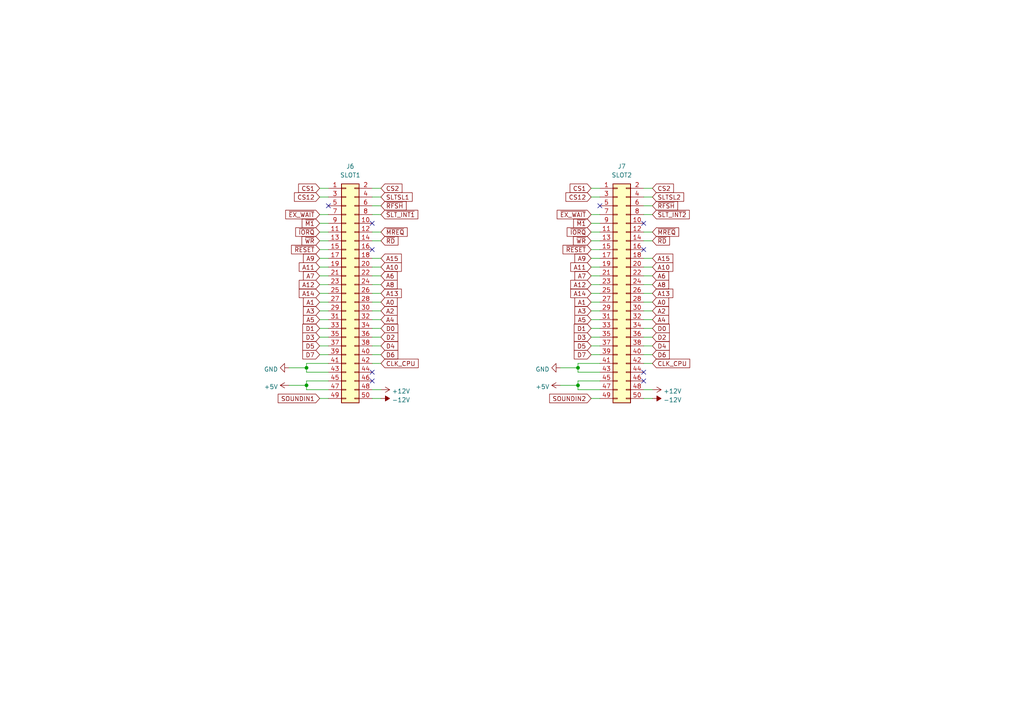
<source format=kicad_sch>
(kicad_sch (version 20211123) (generator eeschema)
  (paper "A4")
  (title_block (title "MSX One") (date "2024-12-28") (rev "v1.0") (company "Gabbard") (comment 1 "MSX One"))
  (lib_symbols
    (symbol "Connector_Generic:Conn_02x25_Odd_Even" (pin_names (offset 1.016) hide)
      (property "Reference" "J" (at 1.27 33.02 0))
      (property "Value" "Conn_02x25_Odd_Even" (at 1.27 -33.02 0))
      (symbol "Conn_02x25_Odd_Even_1_1"
        (rectangle (start -1.27 -30.353) (end 0 -30.607) (stroke (width 0.1524)))
        (rectangle (start -1.27 -27.813) (end 0 -28.067) (stroke (width 0.1524)))
        (rectangle (start -1.27 -25.273) (end 0 -25.527) (stroke (width 0.1524)))
        (rectangle (start -1.27 -22.733) (end 0 -22.987) (stroke (width 0.1524)))
        (rectangle (start -1.27 -20.193) (end 0 -20.447) (stroke (width 0.1524)))
        (rectangle (start -1.27 -17.653) (end 0 -17.907) (stroke (width 0.1524)))
        (rectangle (start -1.27 -15.113) (end 0 -15.367) (stroke (width 0.1524)))
        (rectangle (start -1.27 -12.573) (end 0 -12.827) (stroke (width 0.1524)))
        (rectangle (start -1.27 -10.033) (end 0 -10.287) (stroke (width 0.1524)))
        (rectangle (start -1.27 -7.493) (end 0 -7.747) (stroke (width 0.1524)))
        (rectangle (start -1.27 -4.953) (end 0 -5.207) (stroke (width 0.1524)))
        (rectangle (start -1.27 -2.413) (end 0 -2.667) (stroke (width 0.1524)))
        (rectangle (start -1.27 0.127) (end 0 -0.127) (stroke (width 0.1524)))
        (rectangle (start -1.27 2.667) (end 0 2.413) (stroke (width 0.1524)))
        (rectangle (start -1.27 5.207) (end 0 4.953) (stroke (width 0.1524)))
        (rectangle (start -1.27 7.747) (end 0 7.493) (stroke (width 0.1524)))
        (rectangle (start -1.27 10.287) (end 0 10.033) (stroke (width 0.1524)))
        (rectangle (start -1.27 12.827) (end 0 12.573) (stroke (width 0.1524)))
        (rectangle (start -1.27 15.367) (end 0 15.113) (stroke (width 0.1524)))
        (rectangle (start -1.27 17.907) (end 0 17.653) (stroke (width 0.1524)))
        (rectangle (start -1.27 20.447) (end 0 20.193) (stroke (width 0.1524)))
        (rectangle (start -1.27 22.987) (end 0 22.733) (stroke (width 0.1524)))
        (rectangle (start -1.27 25.527) (end 0 25.273) (stroke (width 0.1524)))
        (rectangle (start -1.27 28.067) (end 0 27.813) (stroke (width 0.1524)))
        (rectangle (start -1.27 30.607) (end 0 30.353) (stroke (width 0.1524)))
        (rectangle (start -1.27 31.75) (end 3.81 -31.75) (stroke (width 0.254)) (fill (type background)))
        (rectangle (start 3.81 -30.353) (end 2.54 -30.607) (stroke (width 0.1524)))
        (rectangle (start 3.81 -27.813) (end 2.54 -28.067) (stroke (width 0.1524)))
        (rectangle (start 3.81 -25.273) (end 2.54 -25.527) (stroke (width 0.1524)))
        (rectangle (start 3.81 -22.733) (end 2.54 -22.987) (stroke (width 0.1524)))
        (rectangle (start 3.81 -20.193) (end 2.54 -20.447) (stroke (width 0.1524)))
        (rectangle (start 3.81 -17.653) (end 2.54 -17.907) (stroke (width 0.1524)))
        (rectangle (start 3.81 -15.113) (end 2.54 -15.367) (stroke (width 0.1524)))
        (rectangle (start 3.81 -12.573) (end 2.54 -12.827) (stroke (width 0.1524)))
        (rectangle (start 3.81 -10.033) (end 2.54 -10.287) (stroke (width 0.1524)))
        (rectangle (start 3.81 -7.493) (end 2.54 -7.747) (stroke (width 0.1524)))
        (rectangle (start 3.81 -4.953) (end 2.54 -5.207) (stroke (width 0.1524)))
        (rectangle (start 3.81 -2.413) (end 2.54 -2.667) (stroke (width 0.1524)))
        (rectangle (start 3.81 0.127) (end 2.54 -0.127) (stroke (width 0.1524)))
        (rectangle (start 3.81 2.667) (end 2.54 2.413) (stroke (width 0.1524)))
        (rectangle (start 3.81 5.207) (end 2.54 4.953) (stroke (width 0.1524)))
        (rectangle (start 3.81 7.747) (end 2.54 7.493) (stroke (width 0.1524)))
        (rectangle (start 3.81 10.287) (end 2.54 10.033) (stroke (width 0.1524)))
        (rectangle (start 3.81 12.827) (end 2.54 12.573) (stroke (width 0.1524)))
        (rectangle (start 3.81 15.367) (end 2.54 15.113) (stroke (width 0.1524)))
        (rectangle (start 3.81 17.907) (end 2.54 17.653) (stroke (width 0.1524)))
        (rectangle (start 3.81 20.447) (end 2.54 20.193) (stroke (width 0.1524)))
        (rectangle (start 3.81 22.987) (end 2.54 22.733) (stroke (width 0.1524)))
        (rectangle (start 3.81 25.527) (end 2.54 25.273) (stroke (width 0.1524)))
        (rectangle (start 3.81 28.067) (end 2.54 27.813) (stroke (width 0.1524)))
        (rectangle (start 3.81 30.607) (end 2.54 30.353) (stroke (width 0.1524)))
        (pin passive line (at -5.08 30.48 0) (length 3.81) (name "Pin_1") (number "1"))
        (pin passive line (at 7.62 20.32 180) (length 3.81) (name "Pin_10") (number "10"))
        (pin passive line (at -5.08 17.78 0) (length 3.81) (name "Pin_11") (number "11"))
        (pin passive line (at 7.62 17.78 180) (length 3.81) (name "Pin_12") (number "12"))
        (pin passive line (at -5.08 15.24 0) (length 3.81) (name "Pin_13") (number "13"))
        (pin passive line (at 7.62 15.24 180) (length 3.81) (name "Pin_14") (number "14"))
        (pin passive line (at -5.08 12.7 0) (length 3.81) (name "Pin_15") (number "15"))
        (pin passive line (at 7.62 12.7 180) (length 3.81) (name "Pin_16") (number "16"))
        (pin passive line (at -5.08 10.16 0) (length 3.81) (name "Pin_17") (number "17"))
        (pin passive line (at 7.62 10.16 180) (length 3.81) (name "Pin_18") (number "18"))
        (pin passive line (at -5.08 7.62 0) (length 3.81) (name "Pin_19") (number "19"))
        (pin passive line (at 7.62 30.48 180) (length 3.81) (name "Pin_2") (number "2"))
        (pin passive line (at 7.62 7.62 180) (length 3.81) (name "Pin_20") (number "20"))
        (pin passive line (at -5.08 5.08 0) (length 3.81) (name "Pin_21") (number "21"))
        (pin passive line (at 7.62 5.08 180) (length 3.81) (name "Pin_22") (number "22"))
        (pin passive line (at -5.08 2.54 0) (length 3.81) (name "Pin_23") (number "23"))
        (pin passive line (at 7.62 2.54 180) (length 3.81) (name "Pin_24") (number "24"))
        (pin passive line (at -5.08 0 0) (length 3.81) (name "Pin_25") (number "25"))
        (pin passive line (at 7.62 0 180) (length 3.81) (name "Pin_26") (number "26"))
        (pin passive line (at -5.08 -2.54 0) (length 3.81) (name "Pin_27") (number "27"))
        (pin passive line (at 7.62 -2.54 180) (length 3.81) (name "Pin_28") (number "28"))
        (pin passive line (at -5.08 -5.08 0) (length 3.81) (name "Pin_29") (number "29"))
        (pin passive line (at -5.08 27.94 0) (length 3.81) (name "Pin_3") (number "3"))
        (pin passive line (at 7.62 -5.08 180) (length 3.81) (name "Pin_30") (number "30"))
        (pin passive line (at -5.08 -7.62 0) (length 3.81) (name "Pin_31") (number "31"))
        (pin passive line (at 7.62 -7.62 180) (length 3.81) (name "Pin_32") (number "32"))
        (pin passive line (at -5.08 -10.16 0) (length 3.81) (name "Pin_33") (number "33"))
        (pin passive line (at 7.62 -10.16 180) (length 3.81) (name "Pin_34") (number "34"))
        (pin passive line (at -5.08 -12.7 0) (length 3.81) (name "Pin_35") (number "35"))
        (pin passive line (at 7.62 -12.7 180) (length 3.81) (name "Pin_36") (number "36"))
        (pin passive line (at -5.08 -15.24 0) (length 3.81) (name "Pin_37") (number "37"))
        (pin passive line (at 7.62 -15.24 180) (length 3.81) (name "Pin_38") (number "38"))
        (pin passive line (at -5.08 -17.78 0) (length 3.81) (name "Pin_39") (number "39"))
        (pin passive line (at 7.62 27.94 180) (length 3.81) (name "Pin_4") (number "4"))
        (pin passive line (at 7.62 -17.78 180) (length 3.81) (name "Pin_40") (number "40"))
        (pin passive line (at -5.08 -20.32 0) (length 3.81) (name "Pin_41") (number "41"))
        (pin passive line (at 7.62 -20.32 180) (length 3.81) (name "Pin_42") (number "42"))
        (pin passive line (at -5.08 -22.86 0) (length 3.81) (name "Pin_43") (number "43"))
        (pin passive line (at 7.62 -22.86 180) (length 3.81) (name "Pin_44") (number "44"))
        (pin passive line (at -5.08 -25.4 0) (length 3.81) (name "Pin_45") (number "45"))
        (pin passive line (at 7.62 -25.4 180) (length 3.81) (name "Pin_46") (number "46"))
        (pin passive line (at -5.08 -27.94 0) (length 3.81) (name "Pin_47") (number "47"))
        (pin passive line (at 7.62 -27.94 180) (length 3.81) (name "Pin_48") (number "48"))
        (pin passive line (at -5.08 -30.48 0) (length 3.81) (name "Pin_49") (number "49"))
        (pin passive line (at -5.08 25.4 0) (length 3.81) (name "Pin_5") (number "5"))
        (pin passive line (at 7.62 -30.48 180) (length 3.81) (name "Pin_50") (number "50"))
        (pin passive line (at 7.62 25.4 180) (length 3.81) (name "Pin_6") (number "6"))
        (pin passive line (at -5.08 22.86 0) (length 3.81) (name "Pin_7") (number "7"))
        (pin passive line (at 7.62 22.86 180) (length 3.81) (name "Pin_8") (number "8"))
        (pin passive line (at -5.08 20.32 0) (length 3.81) (name "Pin_9") (number "9"))
      )
    )
    (symbol "power:+12V" (power) (pin_names (offset 0))
      (property "Value" "+12V" (at 0 3.556 0))
      (symbol "+12V_0_1"
        (polyline (pts (xy -0.762 1.27) (xy 0 2.54)))
        (polyline (pts (xy 0 0) (xy 0 2.54)))
        (polyline (pts (xy 0 2.54) (xy 0.762 1.27)))
      )
      (symbol "+12V_1_1"
        (pin power_in line (at 0 0 90) (length 0) hide (name "+12V") (number "1"))
      )
    )
    (symbol "power:+5V" (power) (pin_names (offset 0))
      (property "Value" "+5V" (at 0 3.556 0))
      (symbol "+5V_0_1"
        (polyline (pts (xy -0.762 1.27) (xy 0 2.54)))
        (polyline (pts (xy 0 0) (xy 0 2.54)))
        (polyline (pts (xy 0 2.54) (xy 0.762 1.27)))
      )
      (symbol "+5V_1_1"
        (pin power_in line (at 0 0 90) (length 0) hide (name "+5V") (number "1"))
      )
    )
    (symbol "power:-12V" (power) (pin_names (offset 0))
      (property "Value" "-12V" (at 0 3.81 0))
      (symbol "-12V_0_0"
        (pin power_in line (at 0 0 90) (length 0) hide (name "-12V") (number "1"))
      )
      (symbol "-12V_0_1"
        (polyline (pts (xy 0 0) (xy 0 1.27) (xy 0.762 1.27) (xy 0 2.54) (xy -0.762 1.27) (xy 0 1.27)) (fill (type outline)))
      )
    )
    (symbol "power:GND" (power) (pin_names (offset 0))
      (property "Value" "GND" (at 0 -3.81 0))
      (symbol "GND_0_1"
        (polyline (pts (xy 0 0) (xy 0 -1.27) (xy 1.27 -1.27) (xy 0 -2.54) (xy -1.27 -1.27) (xy 0 -1.27)))
      )
      (symbol "GND_1_1"
        (pin power_in line (at 0 0 270) (length 0) hide (name "GND") (number "1"))
      )
    )
  )
  (junction (at 88.9 111.76))
  (junction (at 167.64 111.76))
  (junction (at 88.9 106.68))
  (junction (at 167.64 106.68))
  (no_connect (at 107.95 72.39))
  (no_connect (at 186.69 64.77))
  (no_connect (at 186.69 72.39))
  (no_connect (at 107.95 107.95))
  (no_connect (at 107.95 110.49))
  (no_connect (at 95.25 59.69))
  (no_connect (at 173.99 59.69))
  (no_connect (at 107.95 64.77))
  (no_connect (at 186.69 110.49))
  (no_connect (at 186.69 107.95))
  (wire (pts (xy 171.45 77.47) (xy 173.99 77.47)))
  (wire (pts (xy 171.45 67.31) (xy 173.99 67.31)))
  (wire (pts (xy 88.9 105.41) (xy 88.9 106.68)))
  (wire (pts (xy 107.95 87.63) (xy 110.49 87.63)))
  (wire (pts (xy 107.95 54.61) (xy 110.49 54.61)))
  (wire (pts (xy 88.9 113.03) (xy 95.25 113.03)))
  (wire (pts (xy 92.71 80.01) (xy 95.25 80.01)))
  (wire (pts (xy 92.71 95.25) (xy 95.25 95.25)))
  (wire (pts (xy 186.69 95.25) (xy 189.23 95.25)))
  (wire (pts (xy 107.95 105.41) (xy 110.49 105.41)))
  (wire (pts (xy 107.95 100.33) (xy 110.49 100.33)))
  (wire (pts (xy 88.9 107.95) (xy 95.25 107.95)))
  (wire (pts (xy 107.95 97.79) (xy 110.49 97.79)))
  (wire (pts (xy 107.95 69.85) (xy 110.49 69.85)))
  (wire (pts (xy 167.64 110.49) (xy 167.64 111.76)))
  (wire (pts (xy 95.25 110.49) (xy 88.9 110.49)))
  (wire (pts (xy 171.45 54.61) (xy 173.99 54.61)))
  (wire (pts (xy 92.71 90.17) (xy 95.25 90.17)))
  (wire (pts (xy 186.69 82.55) (xy 189.23 82.55)))
  (wire (pts (xy 107.95 67.31) (xy 110.49 67.31)))
  (wire (pts (xy 171.45 62.23) (xy 173.99 62.23)))
  (wire (pts (xy 171.45 80.01) (xy 173.99 80.01)))
  (wire (pts (xy 186.69 97.79) (xy 189.23 97.79)))
  (wire (pts (xy 186.69 69.85) (xy 189.23 69.85)))
  (wire (pts (xy 171.45 69.85) (xy 173.99 69.85)))
  (wire (pts (xy 167.64 106.68) (xy 167.64 107.95)))
  (wire (pts (xy 186.69 74.93) (xy 189.23 74.93)))
  (wire (pts (xy 107.95 92.71) (xy 110.49 92.71)))
  (wire (pts (xy 92.71 92.71) (xy 95.25 92.71)))
  (wire (pts (xy 186.69 105.41) (xy 189.23 105.41)))
  (wire (pts (xy 173.99 110.49) (xy 167.64 110.49)))
  (wire (pts (xy 186.69 77.47) (xy 189.23 77.47)))
  (wire (pts (xy 167.64 111.76) (xy 167.64 113.03)))
  (wire (pts (xy 167.64 107.95) (xy 173.99 107.95)))
  (wire (pts (xy 107.95 57.15) (xy 110.49 57.15)))
  (wire (pts (xy 107.95 90.17) (xy 110.49 90.17)))
  (wire (pts (xy 88.9 111.76) (xy 88.9 113.03)))
  (wire (pts (xy 171.45 57.15) (xy 173.99 57.15)))
  (wire (pts (xy 186.69 54.61) (xy 189.23 54.61)))
  (wire (pts (xy 171.45 90.17) (xy 173.99 90.17)))
  (wire (pts (xy 107.95 62.23) (xy 110.49 62.23)))
  (wire (pts (xy 186.69 92.71) (xy 189.23 92.71)))
  (wire (pts (xy 107.95 80.01) (xy 110.49 80.01)))
  (wire (pts (xy 171.45 74.93) (xy 173.99 74.93)))
  (wire (pts (xy 92.71 74.93) (xy 95.25 74.93)))
  (wire (pts (xy 186.69 87.63) (xy 189.23 87.63)))
  (wire (pts (xy 162.56 106.68) (xy 167.64 106.68)))
  (wire (pts (xy 186.69 85.09) (xy 189.23 85.09)))
  (wire (pts (xy 107.95 74.93) (xy 110.49 74.93)))
  (wire (pts (xy 171.45 95.25) (xy 173.99 95.25)))
  (wire (pts (xy 92.71 54.61) (xy 95.25 54.61)))
  (wire (pts (xy 186.69 100.33) (xy 189.23 100.33)))
  (wire (pts (xy 171.45 87.63) (xy 173.99 87.63)))
  (wire (pts (xy 186.69 59.69) (xy 189.23 59.69)))
  (wire (pts (xy 173.99 105.41) (xy 167.64 105.41)))
  (wire (pts (xy 186.69 80.01) (xy 189.23 80.01)))
  (wire (pts (xy 107.95 113.03) (xy 110.49 113.03)))
  (wire (pts (xy 186.69 57.15) (xy 189.23 57.15)))
  (wire (pts (xy 92.71 100.33) (xy 95.25 100.33)))
  (wire (pts (xy 107.95 115.57) (xy 110.49 115.57)))
  (wire (pts (xy 167.64 105.41) (xy 167.64 106.68)))
  (wire (pts (xy 162.56 111.76) (xy 167.64 111.76)))
  (wire (pts (xy 92.71 77.47) (xy 95.25 77.47)))
  (wire (pts (xy 171.45 97.79) (xy 173.99 97.79)))
  (wire (pts (xy 88.9 110.49) (xy 88.9 111.76)))
  (wire (pts (xy 83.82 111.76) (xy 88.9 111.76)))
  (wire (pts (xy 88.9 106.68) (xy 88.9 107.95)))
  (wire (pts (xy 171.45 115.57) (xy 173.99 115.57)))
  (wire (pts (xy 107.95 77.47) (xy 110.49 77.47)))
  (wire (pts (xy 171.45 72.39) (xy 173.99 72.39)))
  (wire (pts (xy 171.45 82.55) (xy 173.99 82.55)))
  (wire (pts (xy 92.71 67.31) (xy 95.25 67.31)))
  (wire (pts (xy 92.71 102.87) (xy 95.25 102.87)))
  (wire (pts (xy 92.71 57.15) (xy 95.25 57.15)))
  (wire (pts (xy 171.45 100.33) (xy 173.99 100.33)))
  (wire (pts (xy 171.45 64.77) (xy 173.99 64.77)))
  (wire (pts (xy 186.69 90.17) (xy 189.23 90.17)))
  (wire (pts (xy 92.71 72.39) (xy 95.25 72.39)))
  (wire (pts (xy 186.69 62.23) (xy 189.23 62.23)))
  (wire (pts (xy 92.71 85.09) (xy 95.25 85.09)))
  (wire (pts (xy 186.69 113.03) (xy 189.23 113.03)))
  (wire (pts (xy 107.95 102.87) (xy 110.49 102.87)))
  (wire (pts (xy 171.45 85.09) (xy 173.99 85.09)))
  (wire (pts (xy 107.95 59.69) (xy 110.49 59.69)))
  (wire (pts (xy 186.69 115.57) (xy 189.23 115.57)))
  (wire (pts (xy 92.71 115.57) (xy 95.25 115.57)))
  (wire (pts (xy 92.71 82.55) (xy 95.25 82.55)))
  (wire (pts (xy 92.71 64.77) (xy 95.25 64.77)))
  (wire (pts (xy 83.82 106.68) (xy 88.9 106.68)))
  (wire (pts (xy 92.71 62.23) (xy 95.25 62.23)))
  (wire (pts (xy 92.71 97.79) (xy 95.25 97.79)))
  (wire (pts (xy 107.95 82.55) (xy 110.49 82.55)))
  (wire (pts (xy 186.69 67.31) (xy 189.23 67.31)))
  (wire (pts (xy 107.95 95.25) (xy 110.49 95.25)))
  (wire (pts (xy 107.95 85.09) (xy 110.49 85.09)))
  (wire (pts (xy 186.69 102.87) (xy 189.23 102.87)))
  (wire (pts (xy 95.25 105.41) (xy 88.9 105.41)))
  (wire (pts (xy 167.64 113.03) (xy 173.99 113.03)))
  (wire (pts (xy 92.71 87.63) (xy 95.25 87.63)))
  (wire (pts (xy 92.71 69.85) (xy 95.25 69.85)))
  (wire (pts (xy 171.45 102.87) (xy 173.99 102.87)))
  (wire (pts (xy 171.45 92.71) (xy 173.99 92.71)))
  (global_label "D7" (shape input) (at 92.71 102.87 180) (property "Intersheet References" "${INTERSHEET_REFS}" (effects hide)))
  (global_label "D7" (shape input) (at 171.45 102.87 180) (property "Intersheet References" "${INTERSHEET_REFS}" (effects hide)))
  (global_label "~{WR}" (shape input) (at 92.71 69.85 180) (property "Intersheet References" "${INTERSHEET_REFS}" (effects hide)))
  (global_label "~{RD}" (shape input) (at 110.49 69.85 0) (property "Intersheet References" "${INTERSHEET_REFS}" (effects hide)))
  (global_label "D6" (shape input) (at 189.23 102.87 0) (property "Intersheet References" "${INTERSHEET_REFS}" (effects hide)))
  (global_label "D0" (shape input) (at 110.49 95.25 0) (property "Intersheet References" "${INTERSHEET_REFS}" (effects hide)))
  (global_label "D0" (shape input) (at 189.23 95.25 0) (property "Intersheet References" "${INTERSHEET_REFS}" (effects hide)))
  (global_label "CS2" (shape input) (at 110.49 54.61 0) (property "Intersheet References" "${INTERSHEET_REFS}" (effects hide)))
  (global_label "A8" (shape input) (at 110.49 82.55 0) (property "Intersheet References" "${INTERSHEET_REFS}" (effects hide)))
  (global_label "CS12" (shape input) (at 92.71 57.15 180) (property "Intersheet References" "${INTERSHEET_REFS}" (effects hide)))
  (global_label "A10" (shape input) (at 110.49 77.47 0) (property "Intersheet References" "${INTERSHEET_REFS}" (effects hide)))
  (global_label "A4" (shape input) (at 189.23 92.71 0) (property "Intersheet References" "${INTERSHEET_REFS}" (effects hide)))
  (global_label "A0" (shape input) (at 110.49 87.63 0) (property "Intersheet References" "${INTERSHEET_REFS}" (effects hide)))
  (global_label "CS1" (shape input) (at 171.45 54.61 180) (property "Intersheet References" "${INTERSHEET_REFS}" (effects hide)))
  (global_label "A11" (shape input) (at 171.45 77.47 180) (property "Intersheet References" "${INTERSHEET_REFS}" (effects hide)))
  (global_label "A8" (shape input) (at 189.23 82.55 0) (property "Intersheet References" "${INTERSHEET_REFS}" (effects hide)))
  (global_label "A1" (shape input) (at 171.45 87.63 180) (property "Intersheet References" "${INTERSHEET_REFS}" (effects hide)))
  (global_label "A15" (shape input) (at 110.49 74.93 0) (property "Intersheet References" "${INTERSHEET_REFS}" (effects hide)))
  (global_label "~{SLT_INT2}" (shape input) (at 189.23 62.23 0) (property "Intersheet References" "${INTERSHEET_REFS}" (effects hide)))
  (global_label "~{WR}" (shape input) (at 171.45 69.85 180) (property "Intersheet References" "${INTERSHEET_REFS}" (effects hide)))
  (global_label "A13" (shape input) (at 189.23 85.09 0) (property "Intersheet References" "${INTERSHEET_REFS}" (effects hide)))
  (global_label "SLTSL2" (shape input) (at 189.23 57.15 0) (property "Intersheet References" "${INTERSHEET_REFS}" (effects hide)))
  (global_label "A9" (shape input) (at 171.45 74.93 180) (property "Intersheet References" "${INTERSHEET_REFS}" (effects hide)))
  (global_label "D4" (shape input) (at 110.49 100.33 0) (property "Intersheet References" "${INTERSHEET_REFS}" (effects hide)))
  (global_label "CS12" (shape input) (at 171.45 57.15 180) (property "Intersheet References" "${INTERSHEET_REFS}" (effects hide)))
  (global_label "D1" (shape input) (at 92.71 95.25 180) (property "Intersheet References" "${INTERSHEET_REFS}" (effects hide)))
  (global_label "A1" (shape input) (at 92.71 87.63 180) (property "Intersheet References" "${INTERSHEET_REFS}" (effects hide)))
  (global_label "A11" (shape input) (at 92.71 77.47 180) (property "Intersheet References" "${INTERSHEET_REFS}" (effects hide)))
  (global_label "D2" (shape input) (at 110.49 97.79 0) (property "Intersheet References" "${INTERSHEET_REFS}" (effects hide)))
  (global_label "A5" (shape input) (at 171.45 92.71 180) (property "Intersheet References" "${INTERSHEET_REFS}" (effects hide)))
  (global_label "~{RESET}" (shape input) (at 92.71 72.39 180) (property "Intersheet References" "${INTERSHEET_REFS}" (effects hide)))
  (global_label "A13" (shape input) (at 110.49 85.09 0) (property "Intersheet References" "${INTERSHEET_REFS}" (effects hide)))
  (global_label "~{RFSH}" (shape input) (at 110.49 59.69 0) (property "Intersheet References" "${INTERSHEET_REFS}" (effects hide)))
  (global_label "A15" (shape input) (at 189.23 74.93 0) (property "Intersheet References" "${INTERSHEET_REFS}" (effects hide)))
  (global_label "SLTSL1" (shape input) (at 110.49 57.15 0) (property "Intersheet References" "${INTERSHEET_REFS}" (effects hide)))
  (global_label "D2" (shape input) (at 189.23 97.79 0) (property "Intersheet References" "${INTERSHEET_REFS}" (effects hide)))
  (global_label "A10" (shape input) (at 189.23 77.47 0) (property "Intersheet References" "${INTERSHEET_REFS}" (effects hide)))
  (global_label "A12" (shape input) (at 171.45 82.55 180) (property "Intersheet References" "${INTERSHEET_REFS}" (effects hide)))
  (global_label "A7" (shape input) (at 171.45 80.01 180) (property "Intersheet References" "${INTERSHEET_REFS}" (effects hide)))
  (global_label "A2" (shape input) (at 110.49 90.17 0) (property "Intersheet References" "${INTERSHEET_REFS}" (effects hide)))
  (global_label "CLK_CPU" (shape input) (at 189.23 105.41 0) (property "Intersheet References" "${INTERSHEET_REFS}" (effects hide)))
  (global_label "~{M1}" (shape input) (at 171.45 64.77 180) (property "Intersheet References" "${INTERSHEET_REFS}" (effects hide)))
  (global_label "A7" (shape input) (at 92.71 80.01 180) (property "Intersheet References" "${INTERSHEET_REFS}" (effects hide)))
  (global_label "D5" (shape input) (at 92.71 100.33 180) (property "Intersheet References" "${INTERSHEET_REFS}" (effects hide)))
  (global_label "A14" (shape input) (at 92.71 85.09 180) (property "Intersheet References" "${INTERSHEET_REFS}" (effects hide)))
  (global_label "CLK_CPU" (shape input) (at 110.49 105.41 0) (property "Intersheet References" "${INTERSHEET_REFS}" (effects hide)))
  (global_label "A5" (shape input) (at 92.71 92.71 180) (property "Intersheet References" "${INTERSHEET_REFS}" (effects hide)))
  (global_label "D3" (shape input) (at 92.71 97.79 180) (property "Intersheet References" "${INTERSHEET_REFS}" (effects hide)))
  (global_label "A12" (shape input) (at 92.71 82.55 180) (property "Intersheet References" "${INTERSHEET_REFS}" (effects hide)))
  (global_label "~{RFSH}" (shape input) (at 189.23 59.69 0) (property "Intersheet References" "${INTERSHEET_REFS}" (effects hide)))
  (global_label "~{EX_WAIT}" (shape input) (at 92.71 62.23 180) (property "Intersheet References" "${INTERSHEET_REFS}" (effects hide)))
  (global_label "D1" (shape input) (at 171.45 95.25 180) (property "Intersheet References" "${INTERSHEET_REFS}" (effects hide)))
  (global_label "SOUNDIN1" (shape input) (at 92.71 115.57 180) (property "Intersheet References" "${INTERSHEET_REFS}" (effects hide)))
  (global_label "A0" (shape input) (at 189.23 87.63 0) (property "Intersheet References" "${INTERSHEET_REFS}" (effects hide)))
  (global_label "A6" (shape input) (at 110.49 80.01 0) (property "Intersheet References" "${INTERSHEET_REFS}" (effects hide)))
  (global_label "~{IORQ}" (shape input) (at 171.45 67.31 180) (property "Intersheet References" "${INTERSHEET_REFS}" (effects hide)))
  (global_label "A2" (shape input) (at 189.23 90.17 0) (property "Intersheet References" "${INTERSHEET_REFS}" (effects hide)))
  (global_label "A14" (shape input) (at 171.45 85.09 180) (property "Intersheet References" "${INTERSHEET_REFS}" (effects hide)))
  (global_label "CS2" (shape input) (at 189.23 54.61 0) (property "Intersheet References" "${INTERSHEET_REFS}" (effects hide)))
  (global_label "A6" (shape input) (at 189.23 80.01 0) (property "Intersheet References" "${INTERSHEET_REFS}" (effects hide)))
  (global_label "D5" (shape input) (at 171.45 100.33 180) (property "Intersheet References" "${INTERSHEET_REFS}" (effects hide)))
  (global_label "D4" (shape input) (at 189.23 100.33 0) (property "Intersheet References" "${INTERSHEET_REFS}" (effects hide)))
  (global_label "~{EX_WAIT}" (shape input) (at 171.45 62.23 180) (property "Intersheet References" "${INTERSHEET_REFS}" (effects hide)))
  (global_label "SOUNDIN2" (shape input) (at 171.45 115.57 180) (property "Intersheet References" "${INTERSHEET_REFS}" (effects hide)))
  (global_label "~{M1}" (shape input) (at 92.71 64.77 180) (property "Intersheet References" "${INTERSHEET_REFS}" (effects hide)))
  (global_label "~{IORQ}" (shape input) (at 92.71 67.31 180) (property "Intersheet References" "${INTERSHEET_REFS}" (effects hide)))
  (global_label "A3" (shape input) (at 92.71 90.17 180) (property "Intersheet References" "${INTERSHEET_REFS}" (effects hide)))
  (global_label "~{MREQ}" (shape input) (at 189.23 67.31 0) (property "Intersheet References" "${INTERSHEET_REFS}" (effects hide)))
  (global_label "D6" (shape input) (at 110.49 102.87 0) (property "Intersheet References" "${INTERSHEET_REFS}" (effects hide)))
  (global_label "D3" (shape input) (at 171.45 97.79 180) (property "Intersheet References" "${INTERSHEET_REFS}" (effects hide)))
  (global_label "~{SLT_INT1}" (shape input) (at 110.49 62.23 0) (property "Intersheet References" "${INTERSHEET_REFS}" (effects hide)))
  (global_label "~{MREQ}" (shape input) (at 110.49 67.31 0) (property "Intersheet References" "${INTERSHEET_REFS}" (effects hide)))
  (global_label "~{RESET}" (shape input) (at 171.45 72.39 180) (property "Intersheet References" "${INTERSHEET_REFS}" (effects hide)))
  (global_label "A4" (shape input) (at 110.49 92.71 0) (property "Intersheet References" "${INTERSHEET_REFS}" (effects hide)))
  (global_label "CS1" (shape input) (at 92.71 54.61 180) (property "Intersheet References" "${INTERSHEET_REFS}" (effects hide)))
  (global_label "A3" (shape input) (at 171.45 90.17 180) (property "Intersheet References" "${INTERSHEET_REFS}" (effects hide)))
  (global_label "~{RD}" (shape input) (at 189.23 69.85 0) (property "Intersheet References" "${INTERSHEET_REFS}" (effects hide)))
  (global_label "A9" (shape input) (at 92.71 74.93 180) (property "Intersheet References" "${INTERSHEET_REFS}" (effects hide)))
  (symbol (lib_id "power:-12V") (at 189.23 115.57 270) (unit 1)
    (property "Reference" "#PWR0219" (effects hide))
    (property "Value" "-12V" (at 192.405 116.0038 90) (effects (justify left)))
  )
  (symbol (lib_id "power:GND") (at 83.82 106.68 270) (unit 1)
    (property "Reference" "#PWR0151" (effects hide))
    (property "Value" "GND" (at 80.6451 107.1138 90) (effects (justify right)))
  )
  (symbol (lib_id "Connector_Generic:Conn_02x25_Odd_Even") (at 100.33 85.09 0) (unit 1)
    (property "Reference" "J6" (at 101.6 48.26 0))
    (property "Value" "SLOT1" (at 101.6 50.8 0))
    (property "Footprint" "JfF-Library:Conn_Edge_50P" (effects hide))
  )
  (symbol (lib_id "power:+5V") (at 162.56 111.76 90) (unit 1)
    (property "Reference" "#PWR0155" (effects hide))
    (property "Value" "+5V" (at 159.3851 112.1938 90) (effects (justify left)))
  )
  (symbol (lib_id "power:GND") (at 162.56 106.68 270) (unit 1)
    (property "Reference" "#PWR0156" (effects hide))
    (property "Value" "GND" (at 159.3851 107.1138 90) (effects (justify right)))
  )
  (symbol (lib_id "Connector_Generic:Conn_02x25_Odd_Even") (at 179.07 85.09 0) (unit 1)
    (property "Reference" "J7" (at 180.34 48.26 0))
    (property "Value" "SLOT2" (at 180.34 50.8 0))
    (property "Footprint" "JfF-Library:Conn_Edge_50P" (effects hide))
  )
  (symbol (lib_id "power:-12V") (at 110.49 115.57 270) (unit 1)
    (property "Reference" "#PWR0217" (effects hide))
    (property "Value" "-12V" (at 113.665 116.0038 90) (effects (justify left)))
  )
  (symbol (lib_id "power:+5V") (at 83.82 111.76 90) (unit 1)
    (property "Reference" "#PWR0152" (effects hide))
    (property "Value" "+5V" (at 80.6451 112.1938 90) (effects (justify left)))
  )
  (symbol (lib_id "power:+12V") (at 189.23 113.03 270) (unit 1)
    (property "Reference" "#PWR0218" (effects hide))
    (property "Value" "+12V" (at 192.405 113.4638 90) (effects (justify left)))
  )
  (symbol (lib_id "power:+12V") (at 110.49 113.03 270) (unit 1)
    (property "Reference" "#PWR0216" (effects hide))
    (property "Value" "+12V" (at 113.665 113.4638 90) (effects (justify left)))
  )
)
</source>
